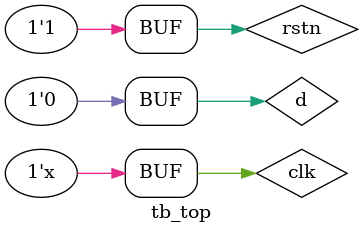
<source format=sv>
module d_ff (input clk, rstn, d, 
             output reg q);

    always @ (posedge clk) begin
        if (!rstn) begin
            q <= 0;
        end else begin
            q <= d;
        end
    end

endmodule

module tb_top();
    reg clk, rstn, d;
    wire q;

    d_ff dut (.clk(clk), .rstn(rstn), .d(d), .q(q));
    
    always #5 clk = ~clk;

    initial begin
        {clk, rstn, d} <= 0;
        #10 rstn <= 1;
        #5  d <= 1;
        #8  d <= 0;
        #2  d <= 1;
        #10 d <= 0;
    end
endmodule
</source>
